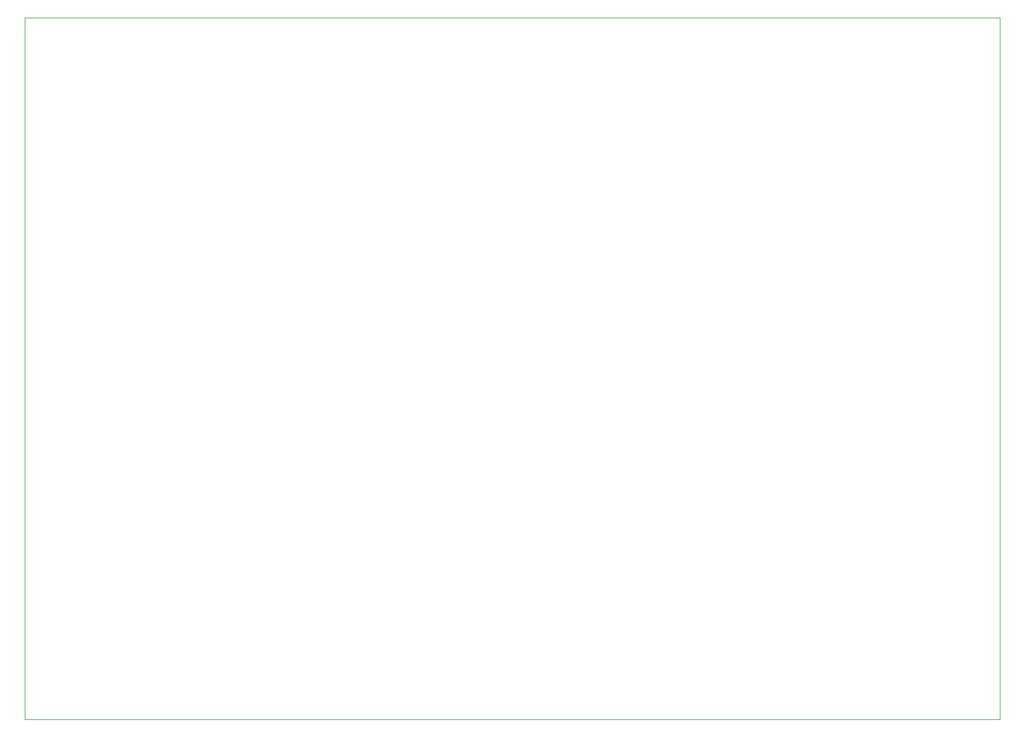
<source format=gko>
%FSLAX25Y25*%
%MOIN*%
G70*
G01*
G75*
G04 Layer_Color=16711935*
%ADD10C,0.02362*%
%ADD11C,0.00984*%
%ADD12R,0.02441X0.02244*%
%ADD13R,0.02244X0.02441*%
%ADD14O,0.01378X0.06693*%
%ADD15R,0.01614X0.06299*%
%ADD16R,0.02362X0.02165*%
%ADD17R,0.01181X0.10236*%
%ADD18R,0.03000X0.03000*%
G04:AMPARAMS|DCode=19|XSize=29.53mil|YSize=16.54mil|CornerRadius=4.13mil|HoleSize=0mil|Usage=FLASHONLY|Rotation=90.000|XOffset=0mil|YOffset=0mil|HoleType=Round|Shape=RoundedRectangle|*
%AMROUNDEDRECTD19*
21,1,0.02953,0.00827,0,0,90.0*
21,1,0.02126,0.01654,0,0,90.0*
1,1,0.00827,0.00413,0.01063*
1,1,0.00827,0.00413,-0.01063*
1,1,0.00827,-0.00413,-0.01063*
1,1,0.00827,-0.00413,0.01063*
%
%ADD19ROUNDEDRECTD19*%
%ADD20O,0.03150X0.01181*%
%ADD21O,0.01181X0.03150*%
%ADD22R,0.03937X0.05906*%
%ADD23R,0.05906X0.03937*%
%ADD24O,0.01378X0.05512*%
%ADD25R,0.03819X0.03780*%
%ADD26R,0.01181X0.02165*%
%ADD27R,0.01575X0.02165*%
%ADD28R,0.03937X0.02362*%
%ADD29R,0.03000X0.03000*%
%ADD30R,0.05118X0.06102*%
%ADD31C,0.07874*%
%ADD32R,0.02756X0.00984*%
%ADD33R,0.10630X0.10630*%
%ADD34R,0.00984X0.02756*%
%ADD35R,0.06102X0.05118*%
%ADD36R,0.01575X0.01969*%
%ADD37R,0.05906X0.02165*%
%ADD38R,0.03780X0.03819*%
%ADD39R,0.13504X0.09843*%
%ADD40R,0.03937X0.06890*%
%ADD41R,0.02756X0.06890*%
%ADD42R,0.05906X0.06890*%
%ADD43R,0.03150X0.05512*%
%ADD44R,0.05906X0.03937*%
%ADD45R,0.03937X0.06102*%
%ADD46R,0.06200X0.02400*%
%ADD47O,0.06200X0.02400*%
%ADD48R,0.02400X0.06200*%
%ADD49O,0.02400X0.06200*%
%ADD50R,0.01181X0.01181*%
%ADD51R,0.01772X0.02323*%
%ADD52R,0.00787X0.01969*%
%ADD53R,0.08504X0.08898*%
%ADD54R,0.04000X0.05000*%
%ADD55R,0.05000X0.04000*%
%ADD56R,0.01378X0.07874*%
%ADD57R,0.17716X0.18110*%
%ADD58R,0.02441X0.01575*%
%ADD59R,0.04724X0.01181*%
%ADD60R,0.11811X0.10630*%
%ADD61R,0.05512X0.04528*%
%ADD62R,0.04528X0.05512*%
%ADD63R,0.01772X0.05118*%
%ADD64R,0.03740X0.03740*%
%ADD65R,0.02362X0.03937*%
%ADD66O,0.02756X0.00984*%
%ADD67O,0.00984X0.02756*%
%ADD68R,0.17126X0.17126*%
%ADD69C,0.00787*%
%ADD70C,0.00906*%
%ADD71C,0.01969*%
%ADD72C,0.01378*%
%ADD73C,0.01181*%
%ADD74C,0.02756*%
%ADD75C,0.01575*%
%ADD76C,0.00052*%
%ADD77C,0.01000*%
%ADD78C,0.07087*%
%ADD79R,0.07087X0.07087*%
%ADD80C,0.07480*%
%ADD81C,0.25590*%
%ADD82O,0.05906X0.12992*%
%ADD83O,0.05906X0.09055*%
%ADD84C,0.20866*%
%ADD85C,0.08268*%
%ADD86C,0.12795*%
%ADD87C,0.06496*%
%ADD88C,0.09843*%
%ADD89C,0.06693*%
%ADD90R,0.06693X0.06693*%
%ADD91C,0.06000*%
%ADD92R,0.06000X0.06000*%
%ADD93C,0.13780*%
%ADD94C,0.05512*%
%ADD95O,0.15748X0.07874*%
%ADD96O,0.07874X0.15748*%
%ADD97O,0.17716X0.07874*%
%ADD98C,0.04331*%
%ADD99C,0.06299*%
%ADD100C,0.11811*%
%ADD101C,0.03150*%
%ADD102O,0.04528X0.07087*%
%ADD103O,0.05709X0.07874*%
%ADD104C,0.02362*%
%ADD105C,0.00866*%
%ADD106C,0.00900*%
%ADD107C,0.00500*%
%ADD108C,0.00394*%
%ADD109C,0.00591*%
%ADD110C,0.00700*%
%ADD111C,0.00701*%
%ADD112C,0.00472*%
%ADD113C,0.00197*%
%ADD114C,0.00004*%
%ADD115C,0.01500*%
%ADD116C,0.00100*%
%ADD117C,0.00200*%
D108*
X537795Y-13386D02*
Y383425D01*
X-13386D02*
X537795D01*
X-13386Y-13386D02*
Y383425D01*
Y-13386D02*
X537795D01*
M02*

</source>
